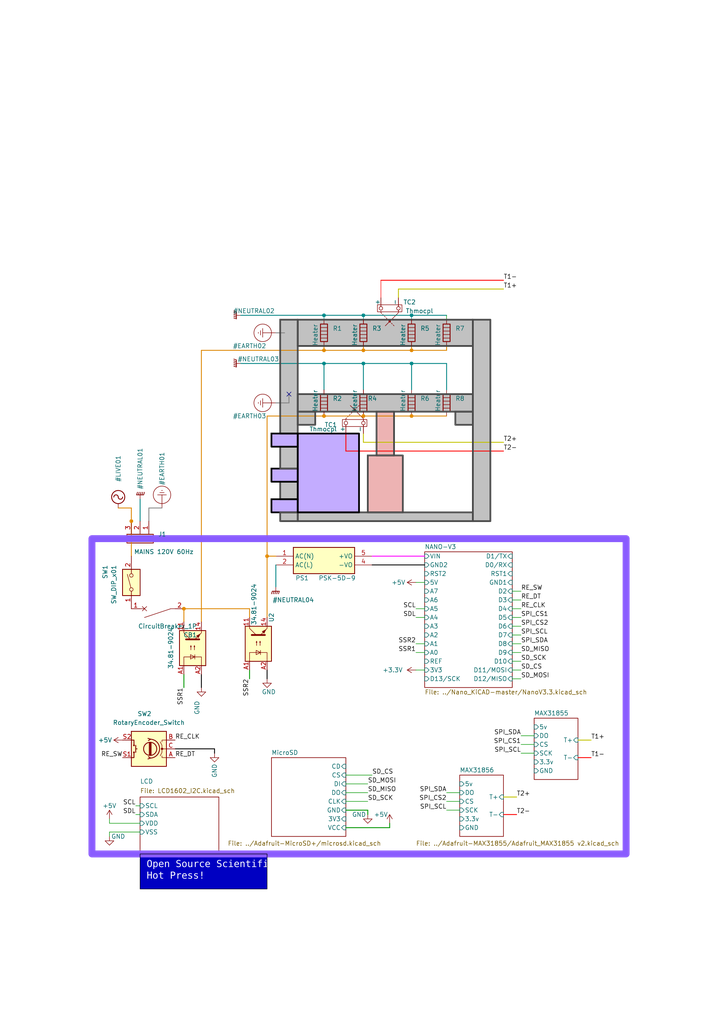
<source format=kicad_sch>
(kicad_sch (version 20230121) (generator eeschema)
  (paper "A4" portrait)
  (lib_symbols
    (symbol "Connector:Screw_Terminal_01x03" (pin_names (offset 1.016) hide)
      (property "Reference" "J" (at 0 5.08 0))
      (property "Value" "Screw_Terminal_01x03" (at 0 -5.08 0))
      (symbol "Screw_Terminal_01x03_1_1"
        (rectangle (start -1.27 3.81) (end 1.27 -3.81) (stroke (width 0.254)) (fill (type background)))
        (circle (center 0 -2.54) (radius 0.635) (stroke (width 0.1524)))
        (polyline (pts (xy -0.5334 -2.2098) (xy 0.3302 -3.048)) (stroke (width 0.1524)))
        (polyline (pts (xy -0.5334 0.3302) (xy 0.3302 -0.508)) (stroke (width 0.1524)))
        (polyline (pts (xy -0.5334 2.8702) (xy 0.3302 2.032)) (stroke (width 0.1524)))
        (polyline (pts (xy -0.3556 -2.032) (xy 0.508 -2.8702)) (stroke (width 0.1524)))
        (polyline (pts (xy -0.3556 0.508) (xy 0.508 -0.3302)) (stroke (width 0.1524)))
        (polyline (pts (xy -0.3556 3.048) (xy 0.508 2.2098)) (stroke (width 0.1524)))
        (circle (center 0 0) (radius 0.635) (stroke (width 0.1524)))
        (circle (center 0 2.54) (radius 0.635) (stroke (width 0.1524)))
        (pin passive line (at -5.08 2.54 0) (length 3.81) (name "Pin_1") (number "1"))
        (pin passive line (at -5.08 0 0) (length 3.81) (name "Pin_2") (number "2"))
        (pin passive line (at -5.08 -2.54 0) (length 3.81) (name "Pin_3") (number "3"))
      )
    )
    (symbol "Device:CircuitBreaker_1P"
      (property "Reference" "CB" (at 1.905 0 0))
      (property "Value" "CircuitBreaker_1P" (at 1.905 1.905 0))
      (symbol "CircuitBreaker_1P_0_1"
        (polyline (pts (xy 0 -5.08) (xy 0 -3.81)))
        (polyline (pts (xy 0 -3.81) (xy -2.54 3.81)))
      )
      (symbol "CircuitBreaker_1P_1_1"
        (polyline (pts (xy -0.635 4.445) (xy 0.635 3.175)))
        (polyline (pts (xy 0 5.08) (xy 0 3.81)))
        (polyline (pts (xy 0.635 4.445) (xy -0.635 3.175)))
        (pin passive line (at 0 7.62 270) (length 2.54) (name "~") (number "1"))
        (pin passive line (at 0 -7.62 90) (length 2.54) (name "~") (number "2"))
      )
    )
    (symbol "Device:Heater" (pin_numbers hide) (pin_names (offset 0))
      (property "Reference" "R" (at 2.032 0 90))
      (property "Value" "Heater" (at -2.032 0 90))
      (symbol "Heater_0_1"
        (rectangle (start -1.016 -2.54) (end 1.016 2.54) (stroke (width 0.254)))
        (polyline (pts (xy -1.016 1.524) (xy 1.016 1.524)))
        (polyline (pts (xy 1.016 -1.524) (xy -1.016 -1.524)))
        (polyline (pts (xy 1.016 -0.508) (xy -1.016 -0.508)))
        (polyline (pts (xy 1.016 0.508) (xy -1.016 0.508)))
      )
      (symbol "Heater_1_1"
        (pin passive line (at 0 3.81 270) (length 1.27) (name "~") (number "1"))
        (pin passive line (at 0 -3.81 90) (length 1.27) (name "~") (number "2"))
      )
    )
    (symbol "Device:RotaryEncoder_Switch" (pin_names (offset 0.254) hide)
      (property "Reference" "SW" (at 0 6.604 0))
      (property "Value" "RotaryEncoder_Switch" (at 0 -6.604 0))
      (symbol "RotaryEncoder_Switch_0_1"
        (rectangle (start -5.08 5.08) (end 5.08 -5.08) (stroke (width 0.254)) (fill (type background)))
        (circle (center -3.81 0) (radius 0.254) (fill (type outline)))
        (circle (center -0.381 0) (radius 1.905) (stroke (width 0.254)))
        (arc (start -0.381 2.667) (mid -3.0988 -0.0635) (end -0.381 -2.794) (stroke (width 0.254)))
        (polyline (pts (xy -0.635 -1.778) (xy -0.635 1.778)) (stroke (width 0.254)))
        (polyline (pts (xy -0.381 -1.778) (xy -0.381 1.778)) (stroke (width 0.254)))
        (polyline (pts (xy -0.127 1.778) (xy -0.127 -1.778)) (stroke (width 0.254)))
        (polyline (pts (xy 3.81 0) (xy 3.429 0)) (stroke (width 0.254)))
        (polyline (pts (xy 3.81 1.016) (xy 3.81 -1.016)) (stroke (width 0.254)))
        (polyline (pts (xy -5.08 -2.54) (xy -3.81 -2.54) (xy -3.81 -2.032)))
        (polyline (pts (xy -5.08 2.54) (xy -3.81 2.54) (xy -3.81 2.032)))
        (polyline (pts (xy 0.254 -3.048) (xy -0.508 -2.794) (xy 0.127 -2.413)) (stroke (width 0.254)))
        (polyline (pts (xy 0.254 2.921) (xy -0.508 2.667) (xy 0.127 2.286)) (stroke (width 0.254)))
        (polyline (pts (xy 5.08 -2.54) (xy 4.318 -2.54) (xy 4.318 -1.016)) (stroke (width 0.254)))
        (polyline (pts (xy 5.08 2.54) (xy 4.318 2.54) (xy 4.318 1.016)) (stroke (width 0.254)))
        (polyline (pts (xy -5.08 0) (xy -3.81 0) (xy -3.81 -1.016) (xy -3.302 -2.032)))
        (polyline (pts (xy -4.318 0) (xy -3.81 0) (xy -3.81 1.016) (xy -3.302 2.032)))
        (circle (center 4.318 -1.016) (radius 0.127) (stroke (width 0.254)))
        (circle (center 4.318 1.016) (radius 0.127) (stroke (width 0.254)))
      )
      (symbol "RotaryEncoder_Switch_1_1"
        (pin passive line (at -7.62 2.54 0) (length 2.54) (name "A") (number "A"))
        (pin passive line (at -7.62 -2.54 0) (length 2.54) (name "B") (number "B"))
        (pin passive line (at -7.62 0 0) (length 2.54) (name "C") (number "C"))
        (pin passive line (at 7.62 2.54 180) (length 2.54) (name "S1") (number "S1"))
        (pin passive line (at 7.62 -2.54 180) (length 2.54) (name "S2") (number "S2"))
      )
    )
    (symbol "Device:Thermocouple_Block" (pin_numbers hide) (pin_names (offset 0))
      (property "Reference" "TC" (at -3.048 3.81 0))
      (property "Value" "Thermocouple_Block" (at -5.08 -4.064 0))
      (symbol "Thermocouple_Block_0_1"
        (circle (center -1.778 0) (radius 0.254) (fill (type outline)))
        (polyline (pts (xy -2.794 -1.016) (xy -3.048 -1.27)))
        (polyline (pts (xy -2.286 -0.508) (xy -2.54 -0.762)))
        (polyline (pts (xy -1.778 0) (xy -2.032 -0.254)))
        (polyline (pts (xy -1.27 0.508) (xy -1.524 0.254)))
        (polyline (pts (xy -0.762 1.016) (xy -1.016 0.762)))
        (polyline (pts (xy -0.254 1.524) (xy -0.508 1.27)))
        (polyline (pts (xy 0.254 2.032) (xy 0 1.778)))
        (polyline (pts (xy 0.762 2.54) (xy 0.508 2.286)))
        (polyline (pts (xy 1.27 -2.54) (xy 1.016 -2.54)))
        (polyline (pts (xy 1.27 2.54) (xy 0.762 2.54)))
        (polyline (pts (xy 1.524 -2.54) (xy 0.762 -2.54) (xy -3.048 1.27)))
        (rectangle (start 1.016 3.556) (end 3.048 -3.556))
        (circle (center 2.032 -2.54) (radius 0.508))
        (circle (center 2.032 2.54) (radius 0.508))
      )
      (symbol "Thermocouple_Block_1_1"
        (pin passive line (at 5.08 2.54 180) (length 2.54) (name "+") (number "1"))
        (pin passive line (at 5.08 -2.54 180) (length 2.54) (name "-") (number "2"))
      )
    )
    (symbol "GND_1" (power) (pin_names (offset 0))
      (property "Value" "GND_1" (at 0 -3.81 0))
      (symbol "GND_1_0_1"
        (polyline (pts (xy 0 0) (xy 0 -1.27) (xy 1.27 -1.27) (xy 0 -2.54) (xy -1.27 -1.27) (xy 0 -1.27)))
      )
      (symbol "GND_1_1_1"
        (pin power_in line (at 0 0 270) (length 0) hide (name "GND") (number "1"))
      )
    )
    (symbol "Relay_SolidState:34.81-9024"
      (property "Reference" "U" (at -5.08 5.08 0))
      (property "Value" "34.81-9024" (at 0 5.08 0))
      (symbol "34.81-9024_0_1"
        (rectangle (start -5.08 3.81) (end 5.08 -3.81) (stroke (width 0.254)) (fill (type background)))
        (polyline (pts (xy -3.175 -0.635) (xy -1.905 -0.635)))
        (polyline (pts (xy 2.54 1.905) (xy 2.54 -1.905) (xy 2.54 -1.905)) (stroke (width 0.508)))
        (polyline (pts (xy -5.08 2.54) (xy -2.54 2.54) (xy -2.54 -2.54) (xy -5.08 -2.54)))
        (polyline (pts (xy -2.54 -0.635) (xy -3.175 0.635) (xy -1.905 0.635) (xy -2.54 -0.635)))
        (polyline (pts (xy -0.508 -0.508) (xy 0.762 -0.508) (xy 0.381 -0.635) (xy 0.381 -0.381) (xy 0.762 -0.508)))
        (polyline (pts (xy -0.508 0.508) (xy 0.762 0.508) (xy 0.381 0.381) (xy 0.381 0.635) (xy 0.762 0.508)))
        (polyline (pts (xy 3.048 -1.651) (xy 3.556 -1.143) (xy 4.064 -2.159) (xy 3.048 -1.651) (xy 3.048 -1.651)) (fill (type outline)))
        (polyline (pts (xy 5.08 2.54) (xy 4.445 2.54) (xy 2.54 0.635) (xy 2.54 -0.635) (xy 4.445 -2.54) (xy 5.08 -2.54)))
      )
      (symbol "34.81-9024_1_1"
        (pin passive line (at 7.62 2.54 180) (length 2.54) (name "~") (number "11"))
        (pin passive line (at 7.62 -2.54 180) (length 2.54) (name "~") (number "14"))
        (pin passive line (at -7.62 2.54 0) (length 2.54) (name "~") (number "A1"))
        (pin passive line (at -7.62 -2.54 0) (length 2.54) (name "~") (number "A2"))
      )
    )
    (symbol "SamacSys_Parts:PSK-5D-9"
      (property "Reference" "PS" (at 24.13 7.62 0))
      (property "Value" "PSK-5D-9" (at 24.13 5.08 0))
      (symbol "PSK-5D-9_1_1"
        (rectangle (start 5.08 2.54) (end 22.86 -5.08) (stroke (width 0.254)) (fill (type background)))
        (pin passive line (at 0 0 0) (length 5.08) (name "AC(N)") (number "1"))
        (pin passive line (at 0 -2.54 0) (length 5.08) (name "AC(L)") (number "2"))
        (pin passive line (at 27.94 -2.54 180) (length 5.08) (name "-VO") (number "4"))
        (pin passive line (at 27.94 0 180) (length 5.08) (name "+VO") (number "5"))
      )
    )
    (symbol "Switch:SW_DIP_x01" (pin_names (offset 0) hide)
      (property "Reference" "SW" (at 0 3.81 0))
      (property "Value" "SW_DIP_x01" (at 0 -3.81 0))
      (symbol "SW_DIP_x01_0_0"
        (circle (center -2.032 0) (radius 0.508))
        (polyline (pts (xy -1.524 0.127) (xy 2.3622 1.1684)))
        (circle (center 2.032 0) (radius 0.508))
      )
      (symbol "SW_DIP_x01_0_1"
        (rectangle (start -3.81 2.54) (end 3.81 -2.54) (stroke (width 0.254)) (fill (type background)))
      )
      (symbol "SW_DIP_x01_1_1"
        (pin passive line (at -7.62 0 0) (length 5.08) (name "~") (number "1"))
        (pin passive line (at 7.62 0 180) (length 5.08) (name "~") (number "2"))
      )
    )
    (symbol "power:+3.3V" (power) (pin_names (offset 0))
      (property "Value" "+3.3V" (at 0 3.556 0))
      (symbol "+3.3V_0_1"
        (polyline (pts (xy -0.762 1.27) (xy 0 2.54)))
        (polyline (pts (xy 0 0) (xy 0 2.54)))
        (polyline (pts (xy 0 2.54) (xy 0.762 1.27)))
      )
      (symbol "+3.3V_1_1"
        (pin power_in line (at 0 0 90) (length 0) hide (name "+3.3V") (number "1"))
      )
    )
    (symbol "power:+5V" (power) (pin_names (offset 0))
      (property "Value" "+5V" (at 0 3.556 0))
      (symbol "+5V_0_1"
        (polyline (pts (xy -0.762 1.27) (xy 0 2.54)))
        (polyline (pts (xy 0 0) (xy 0 2.54)))
        (polyline (pts (xy 0 2.54) (xy 0.762 1.27)))
      )
      (symbol "+5V_1_1"
        (pin power_in line (at 0 0 90) (length 0) hide (name "+5V") (number "1"))
      )
    )
    (symbol "power:AC" (power) (pin_names (offset 0))
      (property "Value" "AC" (at 0 6.35 0))
      (symbol "AC_0_1"
        (polyline (pts (xy 0 0) (xy 0 1.27)))
        (arc (start 0 3.175) (mid -0.635 3.8073) (end -1.27 3.175) (stroke (width 0.254)))
        (arc (start 0 3.175) (mid 0.635 2.5427) (end 1.27 3.175) (stroke (width 0.254)))
        (circle (center 0 3.175) (radius 1.905) (stroke (width 0.254)))
      )
      (symbol "AC_1_1"
        (pin power_in line (at 0 0 90) (length 0) hide (name "AC") (number "1"))
      )
    )
    (symbol "power:Earth_Protective" (power) (pin_names (offset 0))
      (symbol "Earth_Protective_0_1"
        (circle (center 0 -3.81) (radius 2.54))
        (polyline (pts (xy -0.635 -4.445) (xy 0.635 -4.445)))
        (polyline (pts (xy -0.127 -5.08) (xy 0.127 -5.08)))
        (polyline (pts (xy 0 -3.81) (xy 0 0)))
        (polyline (pts (xy 1.27 -3.81) (xy -1.27 -3.81)))
      )
      (symbol "Earth_Protective_1_1"
        (pin power_in line (at 0 0 270) (length 0) hide (name "Earth_Protective") (number "1"))
      )
    )
    (symbol "power:GND" (power) (pin_names (offset 0))
      (property "Value" "GND" (at 0 -3.81 0))
      (symbol "GND_0_1"
        (polyline (pts (xy 0 0) (xy 0 -1.27) (xy 1.27 -1.27) (xy 0 -2.54) (xy -1.27 -1.27) (xy 0 -1.27)))
      )
      (symbol "GND_1_1"
        (pin power_in line (at 0 0 270) (length 0) hide (name "GND") (number "1"))
      )
    )
    (symbol "power:GNDPWR" (power) (pin_names (offset 0))
      (property "Value" "GNDPWR" (at 0 -3.302 0))
      (symbol "GNDPWR_0_1"
        (polyline (pts (xy 0 -1.27) (xy 0 0)))
        (polyline (pts (xy -1.016 -1.27) (xy -1.27 -2.032) (xy -1.27 -2.032)) (stroke (width 0.2032)))
        (polyline (pts (xy -0.508 -1.27) (xy -0.762 -2.032) (xy -0.762 -2.032)) (stroke (width 0.2032)))
        (polyline (pts (xy 0 -1.27) (xy -0.254 -2.032) (xy -0.254 -2.032)) (stroke (width 0.2032)))
        (polyline (pts (xy 0.508 -1.27) (xy 0.254 -2.032) (xy 0.254 -2.032)) (stroke (width 0.2032)))
        (polyline (pts (xy 1.016 -1.27) (xy -1.016 -1.27) (xy -1.016 -1.27)) (stroke (width 0.2032)))
        (polyline (pts (xy 1.016 -1.27) (xy 0.762 -2.032) (xy 0.762 -2.032) (xy 0.762 -2.032)) (stroke (width 0.2032)))
      )
      (symbol "GNDPWR_1_1"
        (pin power_in line (at 0 0 270) (length 0) hide (name "GNDPWR") (number "1"))
      )
    )
  )
  (junction (at 105.41 105.41) (color 0 132 132 1))
  (junction (at 93.98 105.41) (color 0 132 132 1))
  (junction (at 93.98 120.65) (color 221 133 0 1))
  (junction (at 38.1 151.13) (color 221 133 0 1))
  (junction (at 105.41 91.44) (color 0 132 132 1))
  (junction (at 53.34 176.53) (color 221 133 0 1))
  (junction (at 119.38 120.65) (color 221 133 0 1))
  (junction (at 77.47 161.29) (color 221 133 0 1))
  (junction (at 119.38 101.6) (color 221 133 0 1))
  (junction (at 105.41 101.6) (color 221 133 0 1))
  (junction (at 119.38 91.44) (color 0 132 132 1))
  (junction (at 93.98 91.44) (color 0 132 132 1))
  (junction (at 119.38 105.41) (color 0 132 132 1))
  (junction (at 105.41 120.65) (color 221 133 0 1))
  (junction (at 93.98 101.6) (color 221 133 0 1))
  (no_connect (at 83.82 114.3))
  (wire (pts (xy 38.1 147.32) (xy 38.1 151.13)) (stroke (width 0.25) (color 221 133 0 1)))
  (wire (pts (xy 93.98 105.41) (xy 105.41 105.41)) (stroke (width 0.25) (color 0 132 132 1)))
  (wire (pts (xy 34.29 147.32) (xy 38.1 147.32)) (stroke (width 0.25) (color 221 133 0 1)))
  (wire (pts (xy 31.75 237.49) (xy 31.75 238.76)))
  (wire (pts (xy 119.38 105.41) (xy 119.38 113.03)) (stroke (width 0.25) (color 0 132 132 1)))
  (wire (pts (xy 151.13 215.9) (xy 154.94 215.9)))
  (wire (pts (xy 107.95 161.29) (xy 123.19 161.29)) (stroke (width 0.25) (color 255 0 255 1)))
  (wire (pts (xy 100.33 130.81) (xy 146.05 130.81)) (stroke (width 0.25) (color 255 0 0 1)))
  (wire (pts (xy 100.33 125.73) (xy 100.33 130.81)) (stroke (width 0.25) (color 255 0 0 1)))
  (wire (pts (xy 46.99 147.32) (xy 43.18 147.32)) (stroke (width 0.25) (color 132 132 132 1)))
  (wire (pts (xy 100.33 224.79) (xy 107.95 224.79)))
  (wire (pts (xy 129.54 113.03) (xy 129.54 105.41)) (stroke (width 0.25) (color 0 132 132 1)))
  (wire (pts (xy 113.03 240.03) (xy 100.33 240.03)) (stroke (width 0.25)))
  (wire (pts (xy 39.37 236.22) (xy 40.64 236.22)))
  (wire (pts (xy 113.03 238.76) (xy 113.03 240.03)) (stroke (width 0.25)))
  (wire (pts (xy 106.68 236.22) (xy 106.68 234.95)) (stroke (width 0.25)))
  (wire (pts (xy 93.98 91.44) (xy 105.41 91.44)) (stroke (width 0.25) (color 0 132 132 1)))
  (wire (pts (xy 93.98 100.33) (xy 93.98 101.6)) (stroke (width 0.25) (color 221 133 0 1)))
  (wire (pts (xy 129.54 92.71) (xy 129.54 91.44)))
  (wire (pts (xy 107.95 163.83) (xy 123.19 163.83)) (stroke (width 0.25) (color 0 0 0 1)))
  (wire (pts (xy 38.1 151.13) (xy 38.1 161.29)) (stroke (width 0.25) (color 221 133 0 1)))
  (wire (pts (xy 110.49 81.28) (xy 146.05 81.28)) (stroke (width 0.25) (color 255 0 0 1)))
  (wire (pts (xy 151.13 171.45) (xy 148.59 171.45)))
  (wire (pts (xy 77.47 161.29) (xy 77.47 179.07)) (stroke (width 0.25) (color 221 133 0 1)))
  (wire (pts (xy 151.13 179.07) (xy 148.59 179.07)))
  (wire (pts (xy 151.13 189.23) (xy 148.59 189.23)))
  (wire (pts (xy 105.41 91.44) (xy 119.38 91.44)) (stroke (width 0.25) (color 0 132 132 1)))
  (wire (pts (xy 80.01 96.52) (xy 82.55 96.52)) (stroke (width 0.25) (color 132 132 132 1)))
  (wire (pts (xy 123.19 194.31) (xy 120.65 194.31)))
  (wire (pts (xy 151.13 213.36) (xy 154.94 213.36)))
  (wire (pts (xy 167.64 214.63) (xy 171.45 214.63)) (stroke (width 0.25) (color 194 194 0 1)))
  (wire (pts (xy 123.19 168.91) (xy 120.65 168.91)))
  (wire (pts (xy 31.75 238.76) (xy 40.64 238.76)))
  (wire (pts (xy 69.85 105.41) (xy 93.98 105.41)) (stroke (width 0.25) (color 0 132 132 1)))
  (wire (pts (xy 129.54 232.41) (xy 133.35 232.41)))
  (wire (pts (xy 83.82 116.84) (xy 83.82 114.3)) (stroke (width 0.25) (color 132 132 132 1)))
  (wire (pts (xy 129.54 101.6) (xy 129.54 100.33)) (stroke (width 0.25) (color 221 133 0 1)))
  (wire (pts (xy 77.47 120.65) (xy 77.47 161.29)) (stroke (width 0.25) (color 221 133 0 1)))
  (wire (pts (xy 105.41 100.33) (xy 105.41 101.6)) (stroke (width 0.25) (color 221 133 0 1)))
  (wire (pts (xy 62.23 217.17) (xy 62.23 218.44)) (stroke (width 0.25) (color 0 0 0 1)))
  (wire (pts (xy 119.38 91.44) (xy 129.54 91.44)) (stroke (width 0.25) (color 0 132 132 1)))
  (wire (pts (xy 31.75 242.57) (xy 31.75 241.3)))
  (wire (pts (xy 53.34 176.53) (xy 53.34 180.34)) (stroke (width 0.25) (color 221 133 0 1)))
  (wire (pts (xy 146.05 236.22) (xy 149.86 236.22)) (stroke (width 0.25) (color 255 0 0 1)))
  (wire (pts (xy 72.39 196.85) (xy 72.39 194.31)) (stroke (width 0.25)))
  (wire (pts (xy 62.23 217.17) (xy 50.8 217.17)) (stroke (width 0.25) (color 0 0 0 1)))
  (wire (pts (xy 123.19 179.07) (xy 120.65 179.07)))
  (wire (pts (xy 80.01 170.18) (xy 80.01 163.83)) (stroke (width 0.25) (color 0 132 132 1)))
  (wire (pts (xy 129.54 101.6) (xy 119.38 101.6)) (stroke (width 0.25) (color 221 133 0 1)))
  (wire (pts (xy 69.85 91.44) (xy 93.98 91.44)) (stroke (width 0.25) (color 0 132 132 1)))
  (wire (pts (xy 100.33 229.87) (xy 106.68 229.87)))
  (wire (pts (xy 93.98 91.44) (xy 93.98 92.71)) (stroke (width 0) (color 0 132 132 1)))
  (wire (pts (xy 119.38 120.65) (xy 129.54 120.65)) (stroke (width 0.25) (color 221 133 0 1)))
  (wire (pts (xy 40.64 144.78) (xy 40.64 151.13)) (stroke (width 0.25) (color 0 132 132 1)))
  (wire (pts (xy 77.47 161.29) (xy 80.01 161.29)) (stroke (width 0.25) (color 221 133 0 1)))
  (wire (pts (xy 123.19 189.23) (xy 120.65 189.23)))
  (wire (pts (xy 123.19 176.53) (xy 120.65 176.53)))
  (wire (pts (xy 93.98 105.41) (xy 93.98 113.03)) (stroke (width 0.25) (color 0 132 132 1)))
  (wire (pts (xy 58.42 101.6) (xy 58.42 180.34)) (stroke (width 0.25) (color 221 133 0 1)))
  (wire (pts (xy 151.13 194.31) (xy 148.59 194.31)))
  (wire (pts (xy 93.98 120.65) (xy 105.41 120.65)) (stroke (width 0.25) (color 221 133 0 1)))
  (wire (pts (xy 110.49 86.36) (xy 110.49 81.28)) (stroke (width 0) (color 255 0 0 1)))
  (wire (pts (xy 129.54 234.95) (xy 133.35 234.95)))
  (wire (pts (xy 129.54 229.87) (xy 133.35 229.87)))
  (wire (pts (xy 151.13 181.61) (xy 148.59 181.61)))
  (wire (pts (xy 105.41 128.27) (xy 105.41 125.73)) (stroke (width 0.25) (color 194 194 0 1)))
  (wire (pts (xy 80.01 116.84) (xy 83.82 116.84)) (stroke (width 0.25) (color 132 132 132 1)))
  (wire (pts (xy 31.75 241.3) (xy 40.64 241.3)))
  (wire (pts (xy 119.38 105.41) (xy 129.54 105.41)) (stroke (width 0.25) (color 0 132 132 1)))
  (wire (pts (xy 105.41 101.6) (xy 93.98 101.6)) (stroke (width 0.25) (color 221 133 0 1)))
  (wire (pts (xy 100.33 227.33) (xy 106.68 227.33)))
  (wire (pts (xy 167.64 219.71) (xy 171.45 219.71)) (stroke (width 0.25) (color 255 0 0 1)))
  (wire (pts (xy 105.41 105.41) (xy 105.41 113.03)) (stroke (width 0.25) (color 0 132 132 1)))
  (wire (pts (xy 43.18 147.32) (xy 43.18 151.13)) (stroke (width 0.25) (color 132 132 132 1)))
  (wire (pts (xy 151.13 218.44) (xy 154.94 218.44)))
  (wire (pts (xy 151.13 184.15) (xy 148.59 184.15)))
  (wire (pts (xy 151.13 196.85) (xy 148.59 196.85)))
  (wire (pts (xy 72.39 179.07) (xy 72.39 176.53)) (stroke (width 0.25) (color 221 133 0 1)))
  (wire (pts (xy 119.38 101.6) (xy 105.41 101.6)) (stroke (width 0.25) (color 221 133 0 1)))
  (wire (pts (xy 115.57 83.82) (xy 146.05 83.82)) (stroke (width 0.25) (color 194 194 0 1)))
  (wire (pts (xy 58.42 199.39) (xy 58.42 195.58)) (stroke (width 0.25) (color 0 0 0 1)))
  (wire (pts (xy 39.37 233.68) (xy 40.64 233.68)))
  (wire (pts (xy 105.41 91.44) (xy 105.41 92.71)) (stroke (width 0) (color 0 132 132 1)))
  (wire (pts (xy 58.42 101.6) (xy 93.98 101.6)) (stroke (width 0.25) (color 221 133 0 1)))
  (wire (pts (xy 105.41 128.27) (xy 146.05 128.27)) (stroke (width 0.25) (color 194 194 0 1)))
  (wire (pts (xy 53.34 176.53) (xy 72.39 176.53)) (stroke (width 0.25) (color 221 133 0 1)))
  (wire (pts (xy 151.13 191.77) (xy 148.59 191.77)))
  (wire (pts (xy 106.68 234.95) (xy 100.33 234.95)) (stroke (width 0.25)))
  (wire (pts (xy 119.38 91.44) (xy 119.38 92.71)) (stroke (width 0) (color 0 132 132 1)))
  (wire (pts (xy 151.13 176.53) (xy 148.59 176.53)))
  (wire (pts (xy 146.05 231.14) (xy 149.86 231.14)) (stroke (width 0.25) (color 194 194 0 1)))
  (wire (pts (xy 119.38 100.33) (xy 119.38 101.6)) (stroke (width 0.25) (color 221 133 0 1)))
  (wire (pts (xy 151.13 173.99) (xy 148.59 173.99)))
  (wire (pts (xy 151.13 186.69) (xy 148.59 186.69)))
  (wire (pts (xy 100.33 232.41) (xy 106.68 232.41)))
  (wire (pts (xy 105.41 120.65) (xy 119.38 120.65)) (stroke (width 0.25) (color 221 133 0 1)))
  (wire (pts (xy 77.47 196.85) (xy 77.47 194.31)) (stroke (width 0.25) (color 0 0 0 1)))
  (wire (pts (xy 123.19 186.69) (xy 120.65 186.69)))
  (wire (pts (xy 77.47 120.65) (xy 93.98 120.65)) (stroke (width 0.25) (color 221 133 0 1)))
  (wire (pts (xy 105.41 105.41) (xy 119.38 105.41)) (stroke (width 0.25) (color 0 132 132 1)))
  (wire (pts (xy 115.57 83.82) (xy 115.57 86.36)) (stroke (width 0.25) (color 194 194 0 1)))
  (wire (pts (xy 53.34 199.39) (xy 53.34 195.58)) (stroke (width 0.25)))
  (rectangle (start 81.28 139.7) (end 86.36 144.78) (stroke (width 0.5) (color 72 72 72 0.3)) (fill (type color) (color 132 132 132 0.5)))
  (rectangle (start 40.64 247.65) (end 77.47 257.81) (stroke (width 0) (color 0 0 0 1)) (fill (type color) (color 0 0 194 1)))
  (rectangle (start 26.67 156.21) (end 181.61 247.65) (stroke (width 2) (color 137 91 255 0.5490196078)))
  (rectangle (start 109.22 119.38) (end 114.3 132.08) (stroke (width 0.5) (color 72 72 72 0.5)) (fill (type color) (color 194 0 0 0.3)))
  (rectangle (start 86.36 114.3) (end 137.16 119.38) (stroke (width 0.5) (color 72 72 72 0.3)) (fill (type color) (color 132 132 132 0.5)))
  (rectangle (start 86.36 92.71) (end 137.16 100.33) (stroke (width 0.5) (color 72 72 72 0.3)) (fill (type color) (color 132 132 132 0.5)))
  (rectangle (start 106.68 132.08) (end 116.84 148.59) (stroke (width 0.5) (color 72 72 72 0.5)) (fill (type color) (color 194 0 0 0.3)))
  (rectangle (start 132.08 119.38) (end 137.16 123.19) (stroke (width 0.5) (color 72 72 72 0.3)) (fill (type color) (color 132 132 132 0.5)))
  (rectangle (start 78.74 144.78) (end 86.36 148.59) (stroke (width 0.5) (color 0 0 0 0.3)) (fill (type color) (color 137 91 255 0.5)))
  (rectangle (start 78.74 135.89) (end 86.36 139.7) (stroke (width 0.5) (color 0 0 0 0.3)) (fill (type color) (color 137 91 255 0.5)))
  (rectangle (start 86.36 119.38) (end 91.44 123.19) (stroke (width 0.5) (color 72 72 72 0.3)) (fill (type color) (color 132 132 132 0.5)))
  (rectangle (start 137.16 92.71) (end 142.24 151.13) (stroke (width 0.5) (color 72 72 72 0.3)) (fill (type color) (color 132 132 132 0.5)))
  (rectangle (start 78.74 125.73) (end 86.36 129.54) (stroke (width 0.5) (color 0 0 0 0.3)) (fill (type color) (color 137 91 255 0.5)))
  (rectangle (start 81.28 129.54) (end 86.36 135.89) (stroke (width 0.5) (color 72 72 72 0.3)) (fill (type color) (color 132 132 132 0.5)))
  (rectangle (start 86.36 148.59) (end 137.16 151.13) (stroke (width 0.5) (color 72 72 72 0.3)) (fill (type color) (color 132 132 132 0.5)))
  (rectangle (start 86.36 125.73) (end 104.14 148.59) (stroke (width 0.5) (color 0 0 0 0.3)) (fill (type color) (color 137 91 255 0.5)))
  (rectangle (start 81.28 92.71) (end 86.36 125.73) (stroke (width 0.5) (color 72 72 72 0.3)) (fill (type color) (color 132 132 132 0.5)))
  (rectangle (start 81.28 148.59) (end 86.36 151.13) (stroke (width 0.5) (color 72 72 72 0.3)) (fill (type color) (color 132 132 132 0.5)))
  (text "Open Source Scientific\nHot Press!" (at 42.545 255.905 0) (effects (font (size 2 2)) (justify left bottom)))
  (label "SCL" (at 39.37 233.68 180))
  (label "SSR1" (at 53.34 199.39 270))
  (label "SD_MISO" (at 151.13 189.23 0))
  (label "T2+" (at 146.05 128.27 0))
  (label "SPI_SDA" (at 151.13 186.69 0))
  (label "SPI_CS1" (at 151.13 215.9 180))
  (label "RE_SW" (at 35.56 219.71 180))
  (label "SDL" (at 39.37 236.22 180))
  (label "SSR2" (at 72.39 196.85 270))
  (label "SD_MISO" (at 106.68 229.87 0))
  (label "SD_SCK" (at 151.13 191.77 0))
  (label "T1-" (at 146.05 81.28 0))
  (label "RE_DT" (at 151.13 173.99 0))
  (label "T2+" (at 149.86 231.14 0))
  (label "SPI_SCL" (at 129.54 234.95 180))
  (label "T1+" (at 171.45 214.63 0))
  (label "RE_CLK" (at 151.13 176.53 0))
  (label "T1+" (at 146.05 83.82 0))
  (label "T2-" (at 149.86 236.22 0))
  (label "SCL" (at 120.65 176.53 180))
  (label "SPI_SCL" (at 151.13 184.15 0))
  (label "SPI_SDA" (at 151.13 213.36 180))
  (label "SPI_CS2" (at 151.13 181.61 0))
  (label "T1-" (at 171.45 219.71 0))
  (label "SPI_CS1" (at 151.13 179.07 0))
  (label "SPI_SCL" (at 151.13 218.44 180))
  (label "RE_SW" (at 151.13 171.45 0))
  (label "SSR1" (at 120.65 189.23 180))
  (label "SD_MOSI" (at 106.68 227.33 0))
  (label "SDL" (at 120.65 179.07 180))
  (label "SD_MOSI" (at 151.13 196.85 0))
  (label "RE_DT" (at 50.8 219.71 0))
  (label "SD_CS" (at 107.95 224.79 0))
  (label "SPI_SDA" (at 129.54 229.87 180))
  (label "T2-" (at 146.05 130.81 0))
  (label "SD_SCK" (at 106.68 232.41 0))
  (label "SSR2" (at 120.65 186.69 180))
  (label "SD_CS" (at 151.13 194.31 0))
  (label "SPI_CS2" (at 129.54 232.41 180))
  (label "RE_CLK" (at 50.8 214.63 0))
  (symbol (lib_id "power:Earth_Protective") (at 80.01 116.84 270) (unit 1)
    (property "Reference" "#EARTH03" (at 72.39 120.65 90))
    (property "Value" "Earth_Protective" (effects hide))
  )
  (symbol (lib_id "power:GND") (at 77.47 196.85 0) (unit 1)
    (property "Reference" "#PWR02" (effects hide))
    (property "Value" "GND" (at 80.01 200.66 0) (effects (justify right)))
  )
  (symbol (lib_id "Device:RotaryEncoder_Switch") (at 43.18 217.17 180) (unit 1)
    (property "Reference" "SW2" (at 41.91 207.01 0))
    (property "Value" "RotaryEncoder_Switch" (at 43.18 209.55 0))
  )
  (symbol (lib_id "power:Earth_Protective") (at 46.99 147.32 180) (unit 1)
    (property "Reference" "#EARTH01" (at 46.99 135.89 90))
    (property "Value" "Earth_Protective" (effects hide))
  )
  (symbol (lib_id "Connector:Screw_Terminal_01x03") (at 40.64 156.21 270) (unit 1)
    (property "Reference" "J1" (at 48.26 154.94 90) (effects (justify right)))
    (property "Value" "MAINS 120V 60Hz " (at 57.15 160.02 90) (effects (justify right)))
  )
  (symbol (lib_id "Device:Heater") (at 119.38 116.84 0) (unit 1)
    (property "Reference" "R6" (at 121.92 115.57 0) (effects (justify left)))
    (property "Value" "Heater" (at 116.84 119.38 90) (effects (justify left)))
  )
  (symbol (lib_id "power:GND") (at 58.42 199.39 0) (unit 1)
    (property "Reference" "#PWR01" (effects hide))
    (property "Value" "GND" (at 57.15 203.2 90) (effects (justify right)))
  )
  (symbol (lib_id "Device:Heater") (at 119.38 96.52 0) (unit 1)
    (property "Reference" "R5" (at 121.92 95.25 0) (effects (justify left)))
    (property "Value" "Heater" (at 116.84 100.33 90) (effects (justify left)))
  )
  (symbol (lib_id "power:GND") (at 31.75 242.57 0) (mirror y) (unit 1)
    (property "Reference" "#PWR046" (effects hide))
    (property "Value" "GND" (at 34.29 242.57 0))
  )
  (symbol (lib_id "Relay_SolidState:34.81-9024") (at 55.88 187.96 90) (unit 1)
    (property "Reference" "U1" (effects hide))
    (property "Value" "34.81-9024" (at 49.53 187.96 0))
    (property "Footprint" "OptoDevice:Finder_34.81" (effects hide))
    (property "Datasheet" "http://www.us.liteon.com/downloads/LTV-817-827-847.PDF" (effects hide))
  )
  (symbol (lib_id "Device:Heater") (at 105.41 116.84 0) (unit 1)
    (property "Reference" "R4" (at 106.68 115.57 0) (effects (justify left)))
    (property "Value" "Heater" (at 102.87 119.38 90) (effects (justify left)))
  )
  (symbol (lib_id "Device:Thermocouple_Block") (at 102.87 120.65 90) (mirror x) (unit 1)
    (property "Reference" "TC1" (at 97.79 123.19 90) (effects (justify left)))
    (property "Value" "Thmocpl" (at 97.79 124.46 90) (effects (justify left)))
  )
  (symbol (lib_id "power:+3.3V") (at 120.65 194.31 90) (mirror x) (unit 1)
    (property "Reference" "#PWR034" (effects hide))
    (property "Value" "+3.3V" (at 116.84 194.31 90) (effects (justify left)))
  )
  (symbol (lib_name "GND_1") (lib_id "power:GND") (at 106.68 236.22 0) (mirror y) (unit 1)
    (property "Reference" "#PWR04" (effects hide))
    (property "Value" "GND" (at 104.14 236.22 0))
  )
  (symbol (lib_id "Device:Heater") (at 93.98 96.52 0) (unit 1)
    (property "Reference" "R1" (at 96.52 95.25 0) (effects (justify left)))
    (property "Value" "Heater" (at 91.44 100.33 90) (effects (justify left)))
  )
  (symbol (lib_id "power:GNDPWR") (at 69.85 105.41 270) (unit 1)
    (property "Reference" "#NEUTRAL03" (at 74.93 104.14 90))
    (property "Value" "GNDPWR" (effects hide))
  )
  (symbol (lib_id "SamacSys_Parts:PSK-5D-9") (at 80.01 161.29 0) (unit 1)
    (property "Reference" "PS1" (at 87.63 167.64 0))
    (property "Value" "PSK-5D-9" (at 97.79 167.64 0))
    (property "Footprint" "Converter_ACDC:Converter_ACDC_HiLink_HLK-5Mxx" (effects hide))
    (property "Height" "18.1" (effects hide))
    (property "Mouser Part Number" "490-PSK-5D-9" (effects hide))
    (property "Mouser Price/Stock" "https://www.mouser.co.uk/ProductDetail/CUI-Inc/PSK-5D-9?qs=DRkmTr78QAS7xBfnsfADZA%3D%3D" (effects hide))
    (property "Manufacturer_Name" "CUI Inc." (effects hide))
    (property "Manufacturer_Part_Number" "PSK-5D-9" (effects hide))
  )
  (symbol (lib_id "Device:Heater") (at 105.41 96.52 0) (unit 1)
    (property "Reference" "R3" (at 107.95 95.25 0) (effects (justify left)))
    (property "Value" "Heater" (at 102.87 100.33 90) (effects (justify left)))
  )
  (symbol (lib_id "Device:Thermocouple_Block") (at 113.03 91.44 90) (unit 1)
    (property "Reference" "TC2" (at 120.65 87.63 90) (effects (justify left)))
    (property "Value" "Thmocpl" (at 125.73 90.17 90) (effects (justify left)))
  )
  (symbol (lib_id "power:GND") (at 62.23 218.44 0) (mirror y) (unit 1)
    (property "Reference" "#PWR045" (effects hide))
    (property "Value" "GND" (at 62.23 223.52 90))
  )
  (symbol (lib_id "Relay_SolidState:34.81-9024") (at 74.93 186.69 90) (unit 1)
    (property "Reference" "U2" (at 78.74 179.07 0))
    (property "Value" "34.81-9024" (at 73.66 175.26 0))
    (property "Footprint" "OptoDevice:Finder_34.81" (effects hide))
    (property "Datasheet" "http://www.us.liteon.com/downloads/LTV-817-827-847.PDF" (effects hide))
  )
  (symbol (lib_id "power:+5V") (at 113.03 238.76 0) (mirror y) (unit 1)
    (property "Reference" "#PWR03" (effects hide))
    (property "Value" "+5V" (at 110.49 236.22 0))
  )
  (symbol (lib_id "power:Earth_Protective") (at 80.01 96.52 270) (unit 1)
    (property "Reference" "#EARTH02" (at 72.39 100.33 90))
    (property "Value" "Earth_Protective" (effects hide))
  )
  (symbol (lib_id "power:AC") (at 34.29 147.32 0) (unit 1)
    (property "Reference" "#LIVE01" (at 34.29 135.89 90))
    (property "Value" "AC" (effects hide))
  )
  (symbol (lib_id "power:+5V") (at 120.65 168.91 90) (mirror x) (unit 1)
    (property "Reference" "#PWR044" (effects hide))
    (property "Value" "+5V" (at 115.57 168.91 90))
  )
  (symbol (lib_id "power:+5V") (at 31.75 237.49 0) (mirror y) (unit 1)
    (property "Reference" "#PWR047" (effects hide))
    (property "Value" "+5V" (at 31.75 233.68 0))
  )
  (symbol (lib_id "Switch:SW_DIP_x01") (at 38.1 168.91 90) (unit 1)
    (property "Reference" "SW1" (at 30.48 163.83 0) (effects (justify right)))
    (property "Value" "SW_DIP_x01" (at 33.02 163.83 0) (effects (justify right)))
  )
  (symbol (lib_id "power:+5V") (at 35.56 214.63 90) (mirror x) (unit 1)
    (property "Reference" "#PWR017" (effects hide))
    (property "Value" "+5V" (at 30.48 214.63 90))
  )
  (symbol (lib_id "Device:Heater") (at 129.54 116.84 0) (unit 1)
    (property "Reference" "R8" (at 132.08 115.57 0) (effects (justify left)))
    (property "Value" "Heater" (at 127 119.38 90) (effects (justify left)))
  )
  (symbol (lib_id "Device:Heater") (at 129.54 96.52 0) (unit 1)
    (property "Reference" "R7" (at 132.08 95.25 0) (effects (justify left)))
    (property "Value" "Heater" (at 127 100.33 90) (effects (justify left)))
  )
  (symbol (lib_id "power:GNDPWR") (at 40.64 144.78 180) (unit 1)
    (property "Reference" "#NEUTRAL01" (at 40.64 135.89 90))
    (property "Value" "GNDPWR" (effects hide))
  )
  (symbol (lib_id "power:GNDPWR") (at 69.85 91.44 270) (unit 1)
    (property "Reference" "#NEUTRAL02" (at 73.66 90.17 90))
    (property "Value" "GNDPWR" (effects hide))
  )
  (symbol (lib_id "power:GNDPWR") (at 80.01 170.18 0) (unit 1)
    (property "Reference" "#NEUTRAL04" (at 85.09 173.99 0))
    (property "Value" "GNDPWR" (effects hide))
  )
  (symbol (lib_id "Device:Heater") (at 93.98 116.84 0) (unit 1)
    (property "Reference" "R2" (at 96.52 115.57 0) (effects (justify left)))
    (property "Value" "Heater" (at 91.44 119.38 90) (effects (justify left)))
  )
  (symbol (lib_id "Device:CircuitBreaker_1P") (at 45.72 176.53 90) (unit 1)
    (property "Reference" "CB1" (at 57.15 184.15 90) (effects (justify left)))
    (property "Value" "CircuitBreaker_1P" (at 57.15 181.61 90) (effects (justify left)))
  )
  (sheet (at 78.74 219.71) (size 21.59 22.86) (stroke (width 0.1524))
    (property "Sheetname" "MicroSD" (at 78.74 218.9984 0) (effects (justify left bottom)))
    (property "Sheetfile" "../Adafruit-MicroSD+/microsd.kicad_sch" (at 66.04 243.84 0) (effects (justify left top)))
    (pin "GND" input (at 100.33 234.95 0))
    (pin "3V3" input (at 100.33 237.49 0))
    (pin "VCC" input (at 100.33 240.03 0))
    (pin "DI" input (at 100.33 227.33 0))
    (pin "CS" input (at 100.33 224.79 0))
    (pin "CD" input (at 100.33 222.25 0))
    (pin "CLK" input (at 100.33 232.41 0))
    (pin "DO" input (at 100.33 229.87 0))
  )
  (sheet (at 40.64 231.14) (size 22.86 16.51) (stroke (width 0.1524))
    (property "Sheetname" "LCD" (at 40.64 227.33 0) (effects (justify left bottom)))
    (property "Sheetfile" "LCD1602_I2C.kicad_sch" (at 40.64 228.6 0) (effects (justify left top)))
    (pin "SCL" input (at 40.64 233.68 180))
    (pin "SDA" input (at 40.64 236.22 180))
    (pin "VDD" input (at 40.64 238.76 180))
    (pin "VSS" input (at 40.64 241.3 180))
  )
  (sheet (at 154.94 208.28) (size 12.7 17.78) (stroke (width 0.1524))
    (property "Sheetname" "MAX31855" (at 154.94 207.5684 0) (effects (justify left bottom)))
    (property "Sheetfile" "../Adafruit-MAX31855/Adafruit_MAX31855 v2.kicad_sch" (effects hide))
    (pin "5v" input (at 154.94 210.82 180))
    (pin "DO" input (at 154.94 213.36 180))
    (pin "CS" input (at 154.94 215.9 180))
    (pin "SCK" input (at 154.94 218.44 180))
    (pin "3.3v" input (at 154.94 220.98 180))
    (pin "GND" input (at 154.94 223.52 180))
    (pin "T+" input (at 167.64 214.63 0))
    (pin "T-" input (at 167.64 219.71 0))
  )
  (sheet (at 123.19 160.02) (size 25.4 39.37) (stroke (width 0.1524))
    (property "Sheetname" "NANO-V3" (at 123.19 159.3084 0) (effects (justify left bottom)))
    (property "Sheetfile" "../Nano_KiCAD-master/NanoV3.3.kicad_sch" (at 123.19 199.9746 0) (effects (justify left top)))
    (pin "D2" input (at 148.59 171.45 0))
    (pin "D3" input (at 148.59 173.99 0))
    (pin "D4" input (at 148.59 176.53 0))
    (pin "D7" input (at 148.59 184.15 0))
    (pin "D8" input (at 148.59 186.69 0))
    (pin "D9" input (at 148.59 189.23 0))
    (pin "D10" input (at 148.59 191.77 0))
    (pin "D11{slash}MOSI" input (at 148.59 194.31 0))
    (pin "D12{slash}MISO" input (at 148.59 196.85 0))
    (pin "D1{slash}TX" input (at 148.59 161.29 0))
    (pin "D0{slash}RX" input (at 148.59 163.83 0))
    (pin "D6" input (at 148.59 181.61 0))
    (pin "D5" input (at 148.59 179.07 0))
    (pin "5V" input (at 123.19 168.91 180))
    (pin "3V3" input (at 123.19 194.31 180))
    (pin "A1" input (at 123.19 186.69 180))
    (pin "A2" input (at 123.19 184.15 180))
    (pin "A3" input (at 123.19 181.61 180))
    (pin "A0" input (at 123.19 189.23 180))
    (pin "VIN" input (at 123.19 161.29 180))
    (pin "D13{slash}SCK" input (at 123.19 196.85 180))
    (pin "A7" input (at 123.19 171.45 180))
    (pin "A6" input (at 123.19 173.99 180))
    (pin "A4" input (at 123.19 179.07 180))
    (pin "A5" input (at 123.19 176.53 180))
    (pin "REF" input (at 123.19 191.77 180))
    (pin "RST2" input (at 123.19 166.37 180))
    (pin "RST1" input (at 148.59 166.37 0))
    (pin "GND1" input (at 148.59 168.91 0))
    (pin "GND2" input (at 123.19 163.83 180))
  )
  (sheet (at 133.35 224.79) (size 12.7 17.78) (stroke (width 0.1524))
    (property "Sheetname" "MAX31856" (at 133.35 224.0784 0) (effects (justify left bottom)))
    (property "Sheetfile" "../Adafruit-MAX31855/Adafruit_MAX31855 v2.kicad_sch" (at 120.65 243.84 0) (effects (justify left top)))
    (pin "5v" input (at 133.35 227.33 180))
    (pin "DO" input (at 133.35 229.87 180))
    (pin "CS" input (at 133.35 232.41 180))
    (pin "SCK" input (at 133.35 234.95 180))
    (pin "3.3v" input (at 133.35 237.49 180))
    (pin "GND" input (at 133.35 240.03 180))
    (pin "T+" input (at 146.05 231.14 0))
    (pin "T-" input (at 146.05 236.22 0))
  )
)
</source>
